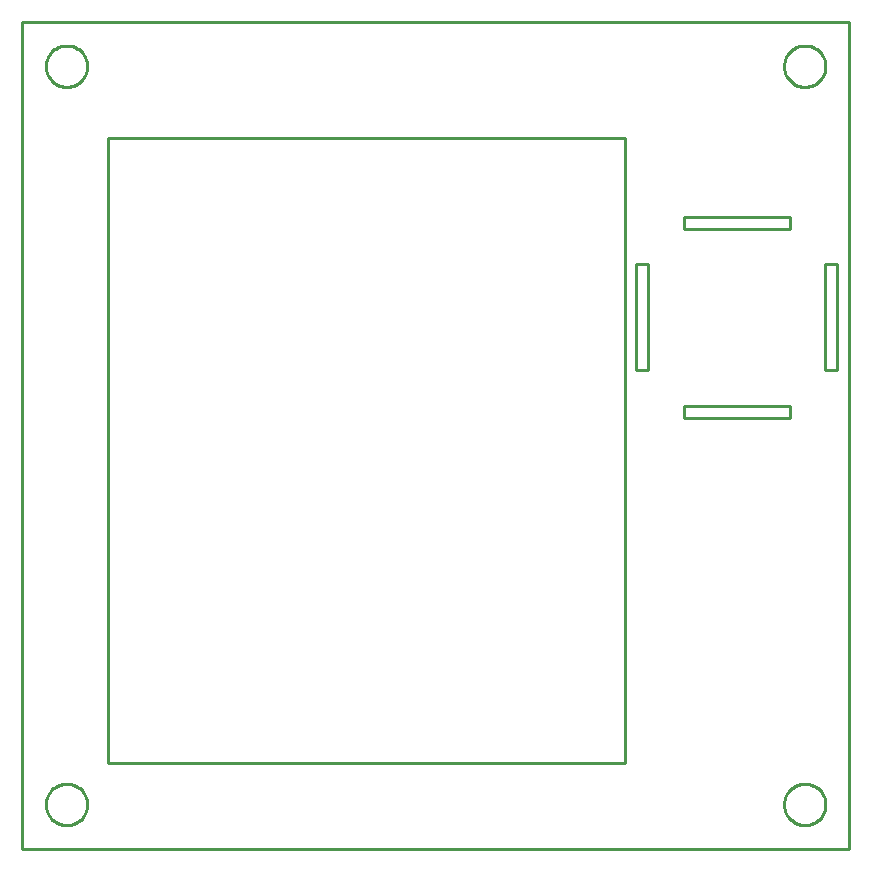
<source format=gbr>
G04 EAGLE Gerber RS-274X export*
G75*
%MOMM*%
%FSLAX34Y34*%
%LPD*%
%IN*%
%IPPOS*%
%AMOC8*
5,1,8,0,0,1.08239X$1,22.5*%
G01*
%ADD10C,0.254000*%


D10*
X0Y0D02*
X700000Y0D01*
X700000Y700000D01*
X0Y700000D01*
X0Y0D01*
X73000Y73000D02*
X510000Y73000D01*
X510000Y602000D01*
X73000Y602000D01*
X73000Y73000D01*
X680000Y405000D02*
X690000Y405000D01*
X690000Y495000D01*
X680000Y495000D01*
X680000Y405000D01*
X560000Y525000D02*
X650000Y525000D01*
X650000Y535000D01*
X560000Y535000D01*
X560000Y525000D01*
X560000Y365000D02*
X650000Y365000D01*
X650000Y375000D01*
X560000Y375000D01*
X560000Y365000D01*
X520000Y405000D02*
X530000Y405000D01*
X530000Y495000D01*
X520000Y495000D01*
X520000Y405000D01*
X55000Y661927D02*
X54925Y660784D01*
X54776Y659648D01*
X54552Y658524D01*
X54255Y657417D01*
X53887Y656332D01*
X53449Y655274D01*
X52942Y654246D01*
X52369Y653254D01*
X51732Y652301D01*
X51035Y651392D01*
X50279Y650531D01*
X49469Y649721D01*
X48608Y648965D01*
X47699Y648268D01*
X46746Y647631D01*
X45754Y647058D01*
X44726Y646551D01*
X43668Y646113D01*
X42583Y645745D01*
X41476Y645448D01*
X40352Y645225D01*
X39216Y645075D01*
X38073Y645000D01*
X36927Y645000D01*
X35784Y645075D01*
X34648Y645225D01*
X33524Y645448D01*
X32417Y645745D01*
X31332Y646113D01*
X30274Y646551D01*
X29246Y647058D01*
X28254Y647631D01*
X27301Y648268D01*
X26392Y648965D01*
X25531Y649721D01*
X24721Y650531D01*
X23965Y651392D01*
X23268Y652301D01*
X22631Y653254D01*
X22058Y654246D01*
X21551Y655274D01*
X21113Y656332D01*
X20745Y657417D01*
X20448Y658524D01*
X20225Y659648D01*
X20075Y660784D01*
X20000Y661927D01*
X20000Y663073D01*
X20075Y664216D01*
X20225Y665352D01*
X20448Y666476D01*
X20745Y667583D01*
X21113Y668668D01*
X21551Y669726D01*
X22058Y670754D01*
X22631Y671746D01*
X23268Y672699D01*
X23965Y673608D01*
X24721Y674469D01*
X25531Y675279D01*
X26392Y676035D01*
X27301Y676732D01*
X28254Y677369D01*
X29246Y677942D01*
X30274Y678449D01*
X31332Y678887D01*
X32417Y679255D01*
X33524Y679552D01*
X34648Y679776D01*
X35784Y679925D01*
X36927Y680000D01*
X38073Y680000D01*
X39216Y679925D01*
X40352Y679776D01*
X41476Y679552D01*
X42583Y679255D01*
X43668Y678887D01*
X44726Y678449D01*
X45754Y677942D01*
X46746Y677369D01*
X47699Y676732D01*
X48608Y676035D01*
X49469Y675279D01*
X50279Y674469D01*
X51035Y673608D01*
X51732Y672699D01*
X52369Y671746D01*
X52942Y670754D01*
X53449Y669726D01*
X53887Y668668D01*
X54255Y667583D01*
X54552Y666476D01*
X54776Y665352D01*
X54925Y664216D01*
X55000Y663073D01*
X55000Y661927D01*
X680000Y661927D02*
X679925Y660784D01*
X679776Y659648D01*
X679552Y658524D01*
X679255Y657417D01*
X678887Y656332D01*
X678449Y655274D01*
X677942Y654246D01*
X677369Y653254D01*
X676732Y652301D01*
X676035Y651392D01*
X675279Y650531D01*
X674469Y649721D01*
X673608Y648965D01*
X672699Y648268D01*
X671746Y647631D01*
X670754Y647058D01*
X669726Y646551D01*
X668668Y646113D01*
X667583Y645745D01*
X666476Y645448D01*
X665352Y645225D01*
X664216Y645075D01*
X663073Y645000D01*
X661927Y645000D01*
X660784Y645075D01*
X659648Y645225D01*
X658524Y645448D01*
X657417Y645745D01*
X656332Y646113D01*
X655274Y646551D01*
X654246Y647058D01*
X653254Y647631D01*
X652301Y648268D01*
X651392Y648965D01*
X650531Y649721D01*
X649721Y650531D01*
X648965Y651392D01*
X648268Y652301D01*
X647631Y653254D01*
X647058Y654246D01*
X646551Y655274D01*
X646113Y656332D01*
X645745Y657417D01*
X645448Y658524D01*
X645225Y659648D01*
X645075Y660784D01*
X645000Y661927D01*
X645000Y663073D01*
X645075Y664216D01*
X645225Y665352D01*
X645448Y666476D01*
X645745Y667583D01*
X646113Y668668D01*
X646551Y669726D01*
X647058Y670754D01*
X647631Y671746D01*
X648268Y672699D01*
X648965Y673608D01*
X649721Y674469D01*
X650531Y675279D01*
X651392Y676035D01*
X652301Y676732D01*
X653254Y677369D01*
X654246Y677942D01*
X655274Y678449D01*
X656332Y678887D01*
X657417Y679255D01*
X658524Y679552D01*
X659648Y679776D01*
X660784Y679925D01*
X661927Y680000D01*
X663073Y680000D01*
X664216Y679925D01*
X665352Y679776D01*
X666476Y679552D01*
X667583Y679255D01*
X668668Y678887D01*
X669726Y678449D01*
X670754Y677942D01*
X671746Y677369D01*
X672699Y676732D01*
X673608Y676035D01*
X674469Y675279D01*
X675279Y674469D01*
X676035Y673608D01*
X676732Y672699D01*
X677369Y671746D01*
X677942Y670754D01*
X678449Y669726D01*
X678887Y668668D01*
X679255Y667583D01*
X679552Y666476D01*
X679776Y665352D01*
X679925Y664216D01*
X680000Y663073D01*
X680000Y661927D01*
X55000Y36927D02*
X54925Y35784D01*
X54776Y34648D01*
X54552Y33524D01*
X54255Y32417D01*
X53887Y31332D01*
X53449Y30274D01*
X52942Y29246D01*
X52369Y28254D01*
X51732Y27301D01*
X51035Y26392D01*
X50279Y25531D01*
X49469Y24721D01*
X48608Y23965D01*
X47699Y23268D01*
X46746Y22631D01*
X45754Y22058D01*
X44726Y21551D01*
X43668Y21113D01*
X42583Y20745D01*
X41476Y20448D01*
X40352Y20225D01*
X39216Y20075D01*
X38073Y20000D01*
X36927Y20000D01*
X35784Y20075D01*
X34648Y20225D01*
X33524Y20448D01*
X32417Y20745D01*
X31332Y21113D01*
X30274Y21551D01*
X29246Y22058D01*
X28254Y22631D01*
X27301Y23268D01*
X26392Y23965D01*
X25531Y24721D01*
X24721Y25531D01*
X23965Y26392D01*
X23268Y27301D01*
X22631Y28254D01*
X22058Y29246D01*
X21551Y30274D01*
X21113Y31332D01*
X20745Y32417D01*
X20448Y33524D01*
X20225Y34648D01*
X20075Y35784D01*
X20000Y36927D01*
X20000Y38073D01*
X20075Y39216D01*
X20225Y40352D01*
X20448Y41476D01*
X20745Y42583D01*
X21113Y43668D01*
X21551Y44726D01*
X22058Y45754D01*
X22631Y46746D01*
X23268Y47699D01*
X23965Y48608D01*
X24721Y49469D01*
X25531Y50279D01*
X26392Y51035D01*
X27301Y51732D01*
X28254Y52369D01*
X29246Y52942D01*
X30274Y53449D01*
X31332Y53887D01*
X32417Y54255D01*
X33524Y54552D01*
X34648Y54776D01*
X35784Y54925D01*
X36927Y55000D01*
X38073Y55000D01*
X39216Y54925D01*
X40352Y54776D01*
X41476Y54552D01*
X42583Y54255D01*
X43668Y53887D01*
X44726Y53449D01*
X45754Y52942D01*
X46746Y52369D01*
X47699Y51732D01*
X48608Y51035D01*
X49469Y50279D01*
X50279Y49469D01*
X51035Y48608D01*
X51732Y47699D01*
X52369Y46746D01*
X52942Y45754D01*
X53449Y44726D01*
X53887Y43668D01*
X54255Y42583D01*
X54552Y41476D01*
X54776Y40352D01*
X54925Y39216D01*
X55000Y38073D01*
X55000Y36927D01*
X680000Y36927D02*
X679925Y35784D01*
X679776Y34648D01*
X679552Y33524D01*
X679255Y32417D01*
X678887Y31332D01*
X678449Y30274D01*
X677942Y29246D01*
X677369Y28254D01*
X676732Y27301D01*
X676035Y26392D01*
X675279Y25531D01*
X674469Y24721D01*
X673608Y23965D01*
X672699Y23268D01*
X671746Y22631D01*
X670754Y22058D01*
X669726Y21551D01*
X668668Y21113D01*
X667583Y20745D01*
X666476Y20448D01*
X665352Y20225D01*
X664216Y20075D01*
X663073Y20000D01*
X661927Y20000D01*
X660784Y20075D01*
X659648Y20225D01*
X658524Y20448D01*
X657417Y20745D01*
X656332Y21113D01*
X655274Y21551D01*
X654246Y22058D01*
X653254Y22631D01*
X652301Y23268D01*
X651392Y23965D01*
X650531Y24721D01*
X649721Y25531D01*
X648965Y26392D01*
X648268Y27301D01*
X647631Y28254D01*
X647058Y29246D01*
X646551Y30274D01*
X646113Y31332D01*
X645745Y32417D01*
X645448Y33524D01*
X645225Y34648D01*
X645075Y35784D01*
X645000Y36927D01*
X645000Y38073D01*
X645075Y39216D01*
X645225Y40352D01*
X645448Y41476D01*
X645745Y42583D01*
X646113Y43668D01*
X646551Y44726D01*
X647058Y45754D01*
X647631Y46746D01*
X648268Y47699D01*
X648965Y48608D01*
X649721Y49469D01*
X650531Y50279D01*
X651392Y51035D01*
X652301Y51732D01*
X653254Y52369D01*
X654246Y52942D01*
X655274Y53449D01*
X656332Y53887D01*
X657417Y54255D01*
X658524Y54552D01*
X659648Y54776D01*
X660784Y54925D01*
X661927Y55000D01*
X663073Y55000D01*
X664216Y54925D01*
X665352Y54776D01*
X666476Y54552D01*
X667583Y54255D01*
X668668Y53887D01*
X669726Y53449D01*
X670754Y52942D01*
X671746Y52369D01*
X672699Y51732D01*
X673608Y51035D01*
X674469Y50279D01*
X675279Y49469D01*
X676035Y48608D01*
X676732Y47699D01*
X677369Y46746D01*
X677942Y45754D01*
X678449Y44726D01*
X678887Y43668D01*
X679255Y42583D01*
X679552Y41476D01*
X679776Y40352D01*
X679925Y39216D01*
X680000Y38073D01*
X680000Y36927D01*
M02*

</source>
